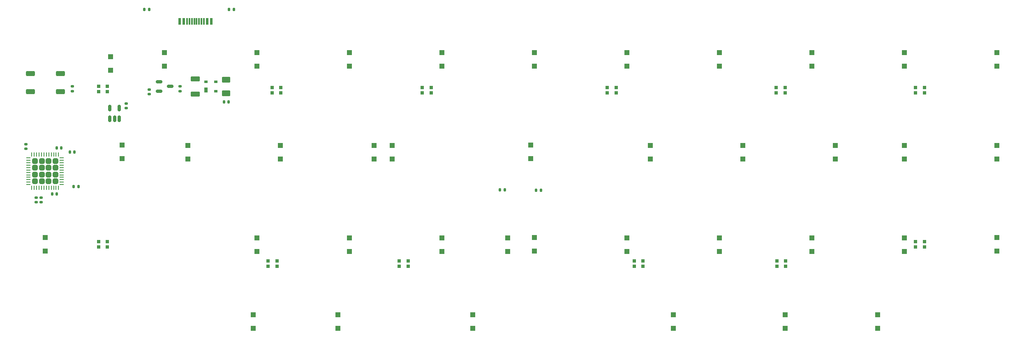
<source format=gbr>
%TF.GenerationSoftware,KiCad,Pcbnew,(7.0.0)*%
%TF.CreationDate,2023-11-22T09:44:10+01:00*%
%TF.ProjectId,universal vault,756e6976-6572-4736-916c-207661756c74,rev?*%
%TF.SameCoordinates,Original*%
%TF.FileFunction,Paste,Bot*%
%TF.FilePolarity,Positive*%
%FSLAX46Y46*%
G04 Gerber Fmt 4.6, Leading zero omitted, Abs format (unit mm)*
G04 Created by KiCad (PCBNEW (7.0.0)) date 2023-11-22 09:44:10*
%MOMM*%
%LPD*%
G01*
G04 APERTURE LIST*
G04 Aperture macros list*
%AMRoundRect*
0 Rectangle with rounded corners*
0 $1 Rounding radius*
0 $2 $3 $4 $5 $6 $7 $8 $9 X,Y pos of 4 corners*
0 Add a 4 corners polygon primitive as box body*
4,1,4,$2,$3,$4,$5,$6,$7,$8,$9,$2,$3,0*
0 Add four circle primitives for the rounded corners*
1,1,$1+$1,$2,$3*
1,1,$1+$1,$4,$5*
1,1,$1+$1,$6,$7*
1,1,$1+$1,$8,$9*
0 Add four rect primitives between the rounded corners*
20,1,$1+$1,$2,$3,$4,$5,0*
20,1,$1+$1,$4,$5,$6,$7,0*
20,1,$1+$1,$6,$7,$8,$9,0*
20,1,$1+$1,$8,$9,$2,$3,0*%
G04 Aperture macros list end*
%ADD10RoundRect,0.250000X0.300000X-0.300000X0.300000X0.300000X-0.300000X0.300000X-0.300000X-0.300000X0*%
%ADD11RoundRect,0.105000X0.245000X0.245000X-0.245000X0.245000X-0.245000X-0.245000X0.245000X-0.245000X0*%
%ADD12RoundRect,0.105000X-0.245000X-0.245000X0.245000X-0.245000X0.245000X0.245000X-0.245000X0.245000X0*%
%ADD13RoundRect,0.140000X-0.170000X0.140000X-0.170000X-0.140000X0.170000X-0.140000X0.170000X0.140000X0*%
%ADD14RoundRect,0.135000X0.185000X-0.135000X0.185000X0.135000X-0.185000X0.135000X-0.185000X-0.135000X0*%
%ADD15RoundRect,0.150000X0.150000X-0.512500X0.150000X0.512500X-0.150000X0.512500X-0.150000X-0.512500X0*%
%ADD16RoundRect,0.140000X-0.140000X-0.170000X0.140000X-0.170000X0.140000X0.170000X-0.140000X0.170000X0*%
%ADD17RoundRect,0.140000X0.170000X-0.140000X0.170000X0.140000X-0.170000X0.140000X-0.170000X-0.140000X0*%
%ADD18RoundRect,0.135000X0.135000X0.185000X-0.135000X0.185000X-0.135000X-0.185000X0.135000X-0.185000X0*%
%ADD19RoundRect,0.140000X0.140000X0.170000X-0.140000X0.170000X-0.140000X-0.170000X0.140000X-0.170000X0*%
%ADD20RoundRect,0.275000X0.625000X0.275000X-0.625000X0.275000X-0.625000X-0.275000X0.625000X-0.275000X0*%
%ADD21RoundRect,0.250000X0.625000X-0.375000X0.625000X0.375000X-0.625000X0.375000X-0.625000X-0.375000X0*%
%ADD22RoundRect,0.150000X-0.512500X-0.150000X0.512500X-0.150000X0.512500X0.150000X-0.512500X0.150000X0*%
%ADD23RoundRect,0.250000X0.700000X-0.275000X0.700000X0.275000X-0.700000X0.275000X-0.700000X-0.275000X0*%
%ADD24RoundRect,0.135000X-0.135000X-0.185000X0.135000X-0.185000X0.135000X0.185000X-0.135000X0.185000X0*%
%ADD25R,0.600000X1.450000*%
%ADD26R,0.300000X1.450000*%
%ADD27R,0.700000X1.000000*%
%ADD28R,0.700000X0.600000*%
%ADD29RoundRect,0.250000X0.315000X-0.315000X0.315000X0.315000X-0.315000X0.315000X-0.315000X-0.315000X0*%
%ADD30RoundRect,0.062500X0.062500X-0.375000X0.062500X0.375000X-0.062500X0.375000X-0.062500X-0.375000X0*%
%ADD31RoundRect,0.062500X0.375000X-0.062500X0.375000X0.062500X-0.375000X0.062500X-0.375000X-0.062500X0*%
G04 APERTURE END LIST*
D10*
%TO.C,D_SPACE17*%
X107156250Y42256250D03*
X107156250Y45056250D03*
%TD*%
D11*
%TO.C,LED1*%
X19965000Y57150000D03*
X19965000Y56050000D03*
X18135000Y56050000D03*
X18135000Y57150000D03*
%TD*%
%TO.C,LED6*%
X188240000Y56906250D03*
X188240000Y55806250D03*
X186410000Y55806250D03*
X186410000Y56906250D03*
%TD*%
D10*
%TO.C,D_SPACE34*%
X50006250Y7331250D03*
X50006250Y10131250D03*
%TD*%
%TO.C,D_SPACE5*%
X88900000Y61306250D03*
X88900000Y64106250D03*
%TD*%
%TO.C,D_SPACE1*%
X20637500Y60512500D03*
X20637500Y63312500D03*
%TD*%
D12*
%TO.C,LED11*%
X53060000Y20087500D03*
X53060000Y21187500D03*
X54890000Y21187500D03*
X54890000Y20087500D03*
%TD*%
D13*
%TO.C,C7*%
X6285671Y34243940D03*
X6285671Y33283940D03*
%TD*%
D10*
%TO.C,D_SPACE32*%
X184150000Y23143750D03*
X184150000Y25943750D03*
%TD*%
D14*
%TO.C,R1*%
X12775000Y56130000D03*
X12775000Y57150000D03*
%TD*%
D15*
%TO.C,U3*%
X22381250Y50456250D03*
X21431250Y50456250D03*
X20481250Y50456250D03*
X20481250Y52731250D03*
X22381250Y52731250D03*
%TD*%
D10*
%TO.C,D_SPACE36*%
X95250000Y7331250D03*
X95250000Y10131250D03*
%TD*%
D16*
%TO.C,C4*%
X13013750Y36512500D03*
X13973750Y36512500D03*
%TD*%
D12*
%TO.C,LED12*%
X18135000Y24056250D03*
X18135000Y25156250D03*
X19965000Y25156250D03*
X19965000Y24056250D03*
%TD*%
D11*
%TO.C,LED5*%
X159543750Y56906250D03*
X159543750Y55806250D03*
X157713750Y55806250D03*
X157713750Y56906250D03*
%TD*%
D12*
%TO.C,LED7*%
X186410000Y24056250D03*
X186410000Y25156250D03*
X188240000Y25156250D03*
X188240000Y24056250D03*
%TD*%
%TO.C,LED8*%
X157835000Y20087500D03*
X157835000Y21187500D03*
X159665000Y21187500D03*
X159665000Y20087500D03*
%TD*%
D10*
%TO.C,D_SPACE38*%
X136525000Y7331250D03*
X136525000Y10131250D03*
%TD*%
%TO.C,D_SPACE25*%
X69847518Y23143750D03*
X69847518Y25943750D03*
%TD*%
%TO.C,D_SPACE18*%
X131789925Y42193750D03*
X131789925Y44993750D03*
%TD*%
%TO.C,D_SPACE9*%
X165100000Y61306250D03*
X165100000Y64106250D03*
%TD*%
%TO.C,D_SPACE13*%
X36513594Y42193750D03*
X36513594Y44993750D03*
%TD*%
D17*
%TO.C,C2*%
X3175000Y44283750D03*
X3175000Y45243750D03*
%TD*%
D10*
%TO.C,D_SPACE35*%
X67468750Y7331250D03*
X67468750Y10131250D03*
%TD*%
%TO.C,D_SPACE12*%
X23018750Y42256250D03*
X23018750Y45056250D03*
%TD*%
%TO.C,D_SPACE29*%
X127000000Y23143750D03*
X127000000Y25943750D03*
%TD*%
D13*
%TO.C,C10*%
X28575000Y56522500D03*
X28575000Y55562500D03*
%TD*%
D10*
%TO.C,D_SPACE2*%
X31750000Y61306250D03*
X31750000Y64106250D03*
%TD*%
D13*
%TO.C,C8*%
X34925000Y57150000D03*
X34925000Y56190000D03*
%TD*%
D12*
%TO.C,LED9*%
X128466250Y20087500D03*
X128466250Y21187500D03*
X130296250Y21187500D03*
X130296250Y20087500D03*
%TD*%
D10*
%TO.C,D_SPACE20*%
X169862500Y42193750D03*
X169862500Y44993750D03*
%TD*%
%TO.C,D_SPACE24*%
X50797105Y23143750D03*
X50797105Y25943750D03*
%TD*%
D11*
%TO.C,LED2*%
X55683750Y56906250D03*
X55683750Y55806250D03*
X53853750Y55806250D03*
X53853750Y56906250D03*
%TD*%
D10*
%TO.C,D_SPACE21*%
X184150000Y42193750D03*
X184150000Y44993750D03*
%TD*%
%TO.C,D_SPACE15*%
X74851096Y42193750D03*
X74851096Y44993750D03*
%TD*%
%TO.C,D_SPACE26*%
X88897931Y23143750D03*
X88897931Y25943750D03*
%TD*%
%TO.C,D_SPACE16*%
X78581250Y42193750D03*
X78581250Y44993750D03*
%TD*%
%TO.C,D_SPACE14*%
X55562500Y42193750D03*
X55562500Y44993750D03*
%TD*%
D11*
%TO.C,LED4*%
X124740000Y56906250D03*
X124740000Y55806250D03*
X122910000Y55806250D03*
X122910000Y56906250D03*
%TD*%
D18*
%TO.C,R2*%
X28575000Y73025000D03*
X27555000Y73025000D03*
%TD*%
D10*
%TO.C,D_SPACE30*%
X146049170Y23143750D03*
X146049170Y25943750D03*
%TD*%
D12*
%TO.C,LED10*%
X80047500Y20087500D03*
X80047500Y21187500D03*
X81877500Y21187500D03*
X81877500Y20087500D03*
%TD*%
D19*
%TO.C,C1*%
X10485000Y44450000D03*
X9525000Y44450000D03*
%TD*%
D10*
%TO.C,D_SPACE4*%
X69850000Y61306250D03*
X69850000Y64106250D03*
%TD*%
D16*
%TO.C,C6*%
X12220000Y43656250D03*
X13180000Y43656250D03*
%TD*%
D10*
%TO.C,D_SPACE11*%
X203200000Y61306250D03*
X203200000Y64106250D03*
%TD*%
D19*
%TO.C,C5*%
X9552493Y34989999D03*
X8592493Y34989999D03*
%TD*%
D20*
%TO.C,SW4*%
X10318750Y59793750D03*
X4118750Y59793750D03*
X10318750Y56093750D03*
X4118750Y56093750D03*
%TD*%
D21*
%TO.C,F2*%
X44450000Y55750000D03*
X44450000Y58550000D03*
%TD*%
D22*
%TO.C,U2*%
X30612500Y56200000D03*
X30612500Y58100000D03*
X32887500Y57150000D03*
%TD*%
D18*
%TO.C,R4*%
X101826250Y35823998D03*
X100806250Y35823998D03*
%TD*%
D10*
%TO.C,D_SPACE10*%
X184150000Y61306250D03*
X184150000Y64106250D03*
%TD*%
%TO.C,D_SPACE40*%
X178593750Y7331250D03*
X178593750Y10131250D03*
%TD*%
D11*
%TO.C,LED3*%
X86640000Y56906250D03*
X86640000Y55806250D03*
X84810000Y55806250D03*
X84810000Y56906250D03*
%TD*%
D10*
%TO.C,D_SPACE8*%
X146050000Y61306250D03*
X146050000Y64106250D03*
%TD*%
%TO.C,D_SPACE39*%
X159543750Y7331250D03*
X159543750Y10131250D03*
%TD*%
%TO.C,D_SPACE3*%
X50800000Y61306250D03*
X50800000Y64106250D03*
%TD*%
D23*
%TO.C,L1*%
X38100000Y55575000D03*
X38100000Y58725000D03*
%TD*%
D10*
%TO.C,D_SPACE27*%
X102393750Y23143750D03*
X102393750Y25943750D03*
%TD*%
%TO.C,D_SPACE23*%
X7143750Y23206250D03*
X7143750Y26006250D03*
%TD*%
%TO.C,D_SPACE31*%
X165099583Y23143750D03*
X165099583Y25943750D03*
%TD*%
%TO.C,D_SPACE7*%
X127000000Y61306250D03*
X127000000Y64106250D03*
%TD*%
D24*
%TO.C,R3*%
X45017500Y73025000D03*
X46037500Y73025000D03*
%TD*%
D17*
%TO.C,C9*%
X23835301Y52703642D03*
X23835301Y53663642D03*
%TD*%
D13*
%TO.C,C3*%
X5269395Y34237630D03*
X5269395Y33277630D03*
%TD*%
D25*
%TO.C,J1*%
X34849999Y70567499D03*
X35649999Y70567499D03*
D26*
X36849999Y70567499D03*
X37849999Y70567499D03*
X38349999Y70567499D03*
X39349999Y70567499D03*
D25*
X40549999Y70567499D03*
X41349999Y70567499D03*
X41349999Y70567499D03*
X40549999Y70567499D03*
D26*
X39849999Y70567499D03*
X38849999Y70567499D03*
X37349999Y70567499D03*
X36349999Y70567499D03*
D25*
X35649999Y70567499D03*
X34849999Y70567499D03*
%TD*%
D10*
%TO.C,D_SPACE33*%
X203200000Y23206250D03*
X203200000Y26006250D03*
%TD*%
%TO.C,D_SPACE28*%
X107950000Y23206250D03*
X107950000Y26006250D03*
%TD*%
D27*
%TO.C,D1*%
X40274999Y56399999D03*
D28*
X40274999Y58099999D03*
X42274999Y58099999D03*
X42274999Y56199999D03*
%TD*%
D29*
%TO.C,U1*%
X5043750Y37587500D03*
X6443750Y37587500D03*
X7843750Y37587500D03*
X9243750Y37587500D03*
X5043750Y38987500D03*
X6443750Y38987500D03*
X7843750Y38987500D03*
X9243750Y38987500D03*
X5043750Y40387500D03*
X6443750Y40387500D03*
X7843750Y40387500D03*
X9243750Y40387500D03*
X5043750Y41787500D03*
X6443750Y41787500D03*
X7843750Y41787500D03*
X9243750Y41787500D03*
D30*
X9893750Y36250000D03*
X9393750Y36250000D03*
X8893750Y36250000D03*
X8393750Y36250000D03*
X7893750Y36250000D03*
X7393750Y36250000D03*
X6893750Y36250000D03*
X6393750Y36250000D03*
X5893750Y36250000D03*
X5393750Y36250000D03*
X4893750Y36250000D03*
X4393750Y36250000D03*
D31*
X3706250Y36937500D03*
X3706250Y37437500D03*
X3706250Y37937500D03*
X3706250Y38437500D03*
X3706250Y38937500D03*
X3706250Y39437500D03*
X3706250Y39937500D03*
X3706250Y40437500D03*
X3706250Y40937500D03*
X3706250Y41437500D03*
X3706250Y41937500D03*
X3706250Y42437500D03*
D30*
X4393750Y43125000D03*
X4893750Y43125000D03*
X5393750Y43125000D03*
X5893750Y43125000D03*
X6393750Y43125000D03*
X6893750Y43125000D03*
X7393750Y43125000D03*
X7893750Y43125000D03*
X8393750Y43125000D03*
X8893750Y43125000D03*
X9393750Y43125000D03*
X9893750Y43125000D03*
D31*
X10581250Y42437500D03*
X10581250Y41937500D03*
X10581250Y41437500D03*
X10581250Y40937500D03*
X10581250Y40437500D03*
X10581250Y39937500D03*
X10581250Y39437500D03*
X10581250Y38937500D03*
X10581250Y38437500D03*
X10581250Y37937500D03*
X10581250Y37437500D03*
X10581250Y36937500D03*
%TD*%
D18*
%TO.C,R5*%
X109253750Y35802500D03*
X108233750Y35802500D03*
%TD*%
D10*
%TO.C,D_SPACE19*%
X150832113Y42193750D03*
X150832113Y44993750D03*
%TD*%
%TO.C,D_SPACE22*%
X203200000Y42193750D03*
X203200000Y44993750D03*
%TD*%
D16*
%TO.C,C11*%
X43970000Y53975000D03*
X44930000Y53975000D03*
%TD*%
D10*
%TO.C,D_SPACE6*%
X107950000Y61306250D03*
X107950000Y64106250D03*
%TD*%
M02*

</source>
